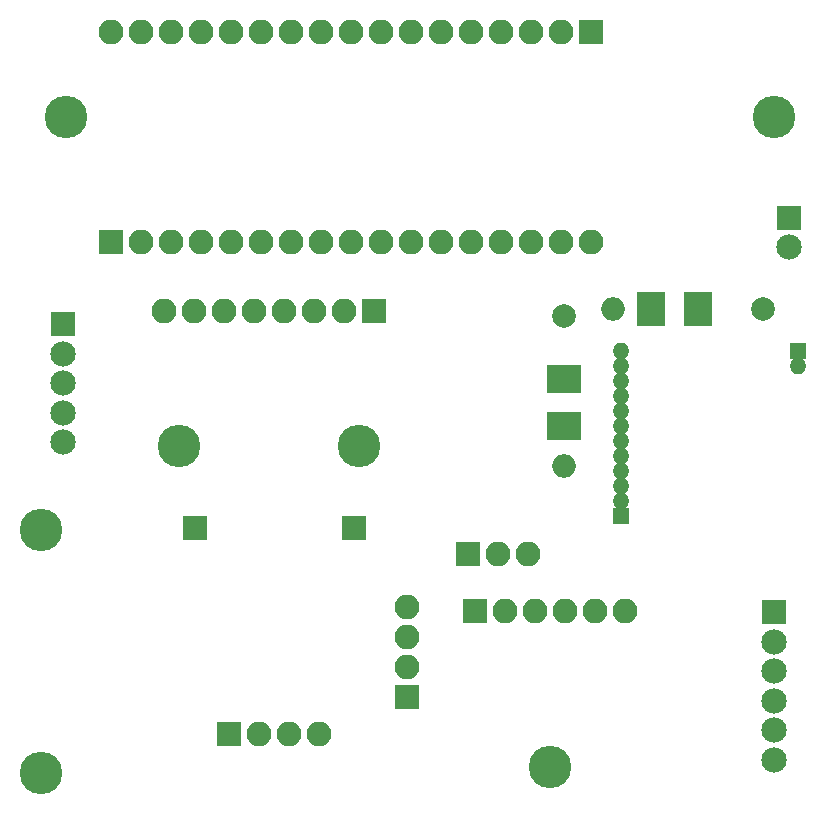
<source format=gbr>
G04 #@! TF.FileFunction,Soldermask,Top*
%FSLAX46Y46*%
G04 Gerber Fmt 4.6, Leading zero omitted, Abs format (unit mm)*
G04 Created by KiCad (PCBNEW 4.0.7) date 08/16/18 23:45:15*
%MOMM*%
%LPD*%
G01*
G04 APERTURE LIST*
%ADD10C,0.100000*%
%ADD11R,2.100000X2.100000*%
%ADD12O,2.100000X2.100000*%
%ADD13C,3.600000*%
%ADD14R,1.400000X1.400000*%
%ADD15O,1.400000X1.400000*%
%ADD16R,2.150000X2.150000*%
%ADD17C,2.150000*%
%ADD18R,2.900000X2.400000*%
%ADD19R,2.400000X2.900000*%
%ADD20C,2.000000*%
%ADD21O,2.000000X2.000000*%
G04 APERTURE END LIST*
D10*
D11*
X102806500Y-85534500D03*
D12*
X100266500Y-85534500D03*
X97726500Y-85534500D03*
X95186500Y-85534500D03*
X92646500Y-85534500D03*
X90106500Y-85534500D03*
X87566500Y-85534500D03*
X85026500Y-85534500D03*
D13*
X86296500Y-96964500D03*
D14*
X138684000Y-88900000D03*
D15*
X138684000Y-90170000D03*
D14*
X123698000Y-102870000D03*
D15*
X123698000Y-101600000D03*
X123698000Y-100330000D03*
X123698000Y-99060000D03*
X123698000Y-97790000D03*
X123698000Y-96520000D03*
X123698000Y-95250000D03*
X123698000Y-93980000D03*
X123698000Y-92710000D03*
X123698000Y-91440000D03*
X123698000Y-90170000D03*
X123698000Y-88900000D03*
D11*
X121158000Y-61849000D03*
D12*
X118618000Y-61849000D03*
X116078000Y-61849000D03*
X113538000Y-61849000D03*
X110998000Y-61849000D03*
X108458000Y-61849000D03*
X105918000Y-61849000D03*
X103378000Y-61849000D03*
X100838000Y-61849000D03*
X98298000Y-61849000D03*
X95758000Y-61849000D03*
X93218000Y-61849000D03*
X90678000Y-61849000D03*
X88138000Y-61849000D03*
X85598000Y-61849000D03*
X83058000Y-61849000D03*
X80518000Y-61849000D03*
D11*
X101092000Y-103886000D03*
X87630000Y-103886000D03*
X90551000Y-121285000D03*
D12*
X93091000Y-121285000D03*
X95631000Y-121285000D03*
X98171000Y-121285000D03*
D11*
X80518000Y-79629000D03*
D12*
X83058000Y-79629000D03*
X85598000Y-79629000D03*
X88138000Y-79629000D03*
X90678000Y-79629000D03*
X93218000Y-79629000D03*
X95758000Y-79629000D03*
X98298000Y-79629000D03*
X100838000Y-79629000D03*
X103378000Y-79629000D03*
X105918000Y-79629000D03*
X108458000Y-79629000D03*
X110998000Y-79629000D03*
X113538000Y-79629000D03*
X116078000Y-79629000D03*
X118618000Y-79629000D03*
X121158000Y-79629000D03*
D11*
X110744000Y-106045000D03*
D12*
X113284000Y-106045000D03*
X115824000Y-106045000D03*
D11*
X105600500Y-118173500D03*
D12*
X105600500Y-115633500D03*
X105600500Y-113093500D03*
X105600500Y-110553500D03*
D11*
X111379000Y-110871000D03*
D12*
X113919000Y-110871000D03*
X116459000Y-110871000D03*
X118999000Y-110871000D03*
X121539000Y-110871000D03*
X124079000Y-110871000D03*
D13*
X101536500Y-96964500D03*
X74612500Y-124650500D03*
X74612500Y-104076500D03*
D16*
X76454000Y-86614000D03*
D17*
X76454000Y-89114000D03*
X76454000Y-91614000D03*
X76454000Y-94114000D03*
X76454000Y-96614000D03*
D13*
X76708000Y-69088000D03*
X136652000Y-69088000D03*
X117729000Y-124079000D03*
D16*
X137922000Y-77597000D03*
D17*
X137922000Y-80097000D03*
D18*
X118935500Y-91281500D03*
X118935500Y-95281500D03*
D19*
X130270000Y-85344000D03*
X126270000Y-85344000D03*
D20*
X118935500Y-85915500D03*
D21*
X118935500Y-98615500D03*
D20*
X135763000Y-85344000D03*
D21*
X123063000Y-85344000D03*
D16*
X136652000Y-110998000D03*
D17*
X136652000Y-113498000D03*
X136652000Y-115998000D03*
X136652000Y-118498000D03*
X136652000Y-120998000D03*
X136652000Y-123498000D03*
M02*

</source>
